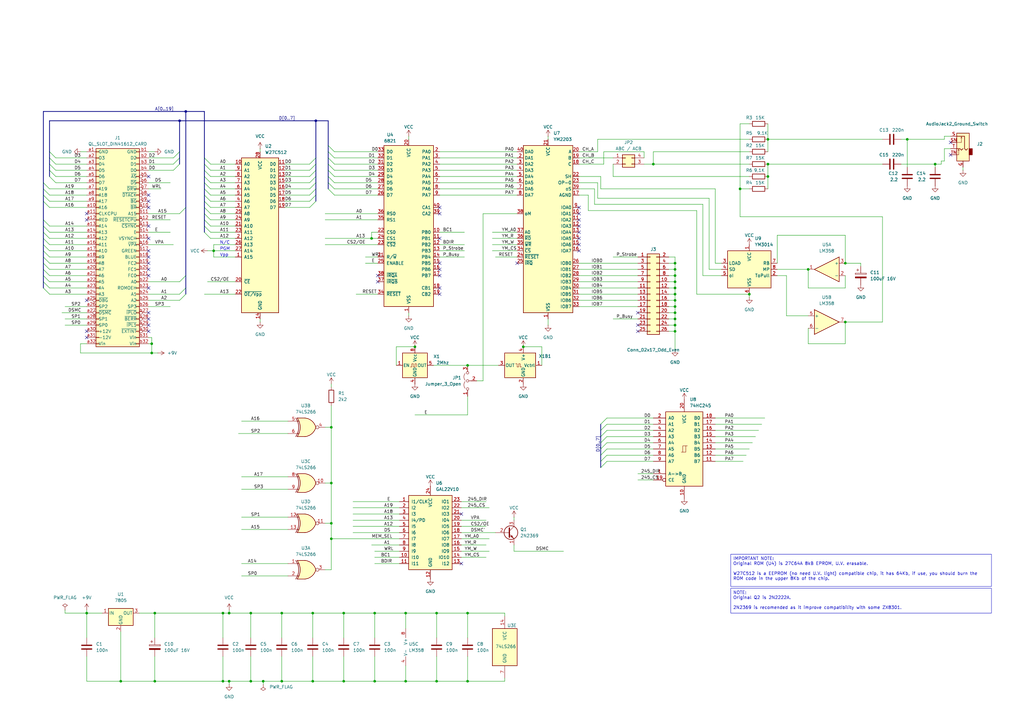
<source format=kicad_sch>
(kicad_sch (version 20231120) (generator "eeschema") (generator_version "8.0")
  (paper "A3")
  (title_block (title "QSound 2+  for Sinclair QL") (date "2024-11-10") (rev "1") (company "Alvaro Alea Fdz"))
  (junction (at 153.67 279.4))
  (junction (at 135.89 198.12))
  (junction (at 49.53 279.4))
  (junction (at 276.86 133.35))
  (junction (at 314.96 67.31))
  (junction (at 93.98 279.4))
  (junction (at 307.34 120.65))
  (junction (at 62.23 140.97))
  (junction (at 331.47 110.49))
  (junction (at 63.5 251.46))
  (junction (at 276.86 128.27))
  (junction (at 115.57 251.46))
  (junction (at 303.53 77.47))
  (junction (at 372.11 57.15))
  (junction (at 346.71 132.08))
  (junction (at 276.86 110.49))
  (junction (at 191.77 279.4))
  (junction (at 63.5 279.4))
  (junction (at 267.97 67.31))
  (junction (at 276.86 115.57))
  (junction (at 191.77 149.86))
  (junction (at 128.27 251.46))
  (junction (at 140.97 279.4))
  (junction (at 166.37 251.46))
  (junction (at 152.4 97.79))
  (junction (at 276.86 120.65))
  (junction (at 135.89 220.98))
  (junction (at 166.37 279.4))
  (junction (at 314.96 72.39))
  (junction (at 140.97 251.46))
  (junction (at 93.98 251.46))
  (junction (at 128.27 279.4))
  (junction (at 35.56 251.46))
  (junction (at 179.07 279.4))
  (junction (at 102.87 251.46))
  (junction (at 214.63 142.24))
  (junction (at 135.89 214.63))
  (junction (at 87.63 102.87))
  (junction (at 276.86 123.19))
  (junction (at 276.86 135.89))
  (junction (at 346.71 107.95))
  (junction (at 170.18 142.24))
  (junction (at 76.2 45.72))
  (junction (at 73.66 49.53))
  (junction (at 276.86 107.95))
  (junction (at 91.44 251.46))
  (junction (at 179.07 251.46))
  (junction (at 107.95 279.4))
  (junction (at 276.86 125.73))
  (junction (at 314.96 57.15))
  (junction (at 62.23 144.78))
  (junction (at 383.54 67.31))
  (junction (at 276.86 118.11))
  (junction (at 276.86 130.81))
  (junction (at 129.54 49.53))
  (junction (at 153.67 251.46))
  (junction (at 91.44 279.4))
  (junction (at 102.87 279.4))
  (junction (at 191.77 251.46))
  (junction (at 135.89 175.26))
  (junction (at 276.86 113.03))
  (junction (at 115.57 279.4))
  (no_connect (at 189.23 231.14))
  (no_connect (at 60.96 80.01))
  (no_connect (at 35.56 87.63))
  (no_connect (at 35.56 123.19))
  (no_connect (at 60.96 72.39))
  (no_connect (at 60.96 82.55))
  (no_connect (at 60.96 85.09))
  (no_connect (at 60.96 107.95))
  (no_connect (at 60.96 110.49))
  (no_connect (at 60.96 113.03))
  (no_connect (at 60.96 118.11))
  (no_connect (at 60.96 128.27))
  (no_connect (at 60.96 130.81))
  (no_connect (at 60.96 133.35))
  (no_connect (at 60.96 135.89))
  (no_connect (at 154.94 113.03))
  (no_connect (at 154.94 115.57))
  (no_connect (at 180.34 85.09))
  (no_connect (at 180.34 87.63))
  (no_connect (at 180.34 97.79))
  (no_connect (at 180.34 107.95))
  (no_connect (at 180.34 110.49))
  (no_connect (at 180.34 118.11))
  (no_connect (at 180.34 120.65))
  (no_connect (at 35.56 135.89))
  (no_connect (at 35.56 138.43))
  (no_connect (at 389.89 63.5))
  (no_connect (at 389.89 58.42))
  (no_connect (at 180.34 113.03))
  (no_connect (at 189.23 210.82))
  (no_connect (at 212.09 107.95))
  (no_connect (at 237.49 85.09))
  (no_connect (at 237.49 87.63))
  (no_connect (at 237.49 90.17))
  (no_connect (at 237.49 92.71))
  (no_connect (at 237.49 95.25))
  (no_connect (at 237.49 97.79))
  (no_connect (at 237.49 100.33))
  (no_connect (at 237.49 102.87))
  (no_connect (at 261.62 128.27))
  (no_connect (at 261.62 133.35))
  (no_connect (at 261.62 135.89))
  (no_connect (at 35.56 90.17))
  (no_connect (at 60.96 92.71))
  (no_connect (at 60.96 97.79))
  (no_connect (at 60.96 102.87))
  (no_connect (at 60.96 105.41))
  (bus_entry (at 129.54 72.39) (size -2.54 2.54))
  (bus_entry (at 76.2 120.65) (size -2.54 2.54))
  (bus_entry (at 246.38 179.07) (size 2.54 -2.54))
  (bus_entry (at 17.78 105.41) (size 2.54 2.54))
  (bus_entry (at 83.82 77.47) (size 2.54 2.54))
  (bus_entry (at 17.78 100.33) (size 2.54 2.54))
  (bus_entry (at 76.2 118.11) (size -2.54 2.54))
  (bus_entry (at 83.82 85.09) (size 2.54 2.54))
  (bus_entry (at 20.32 67.31) (size 2.54 2.54))
  (bus_entry (at 17.78 115.57) (size 2.54 2.54))
  (bus_entry (at 129.54 64.77) (size -2.54 2.54))
  (bus_entry (at 246.38 181.61) (size 2.54 -2.54))
  (bus_entry (at 83.82 67.31) (size 2.54 2.54))
  (bus_entry (at 20.32 69.85) (size 2.54 2.54))
  (bus_entry (at 17.78 113.03) (size 2.54 2.54))
  (bus_entry (at 17.78 118.11) (size 2.54 2.54))
  (bus_entry (at 83.82 95.25) (size 2.54 2.54))
  (bus_entry (at 246.38 191.77) (size 2.54 -2.54))
  (bus_entry (at 83.82 72.39) (size 2.54 2.54))
  (bus_entry (at 134.62 74.93) (size 2.54 2.54))
  (bus_entry (at 246.38 189.23) (size 2.54 -2.54))
  (bus_entry (at 83.82 74.93) (size 2.54 2.54))
  (bus_entry (at 20.32 64.77) (size 2.54 2.54))
  (bus_entry (at 246.38 184.15) (size 2.54 -2.54))
  (bus_entry (at 83.82 64.77) (size 2.54 2.54))
  (bus_entry (at 246.38 176.53) (size 2.54 -2.54))
  (bus_entry (at 17.78 92.71) (size 2.54 2.54))
  (bus_entry (at 20.32 72.39) (size 2.54 2.54))
  (bus_entry (at 20.32 62.23) (size 2.54 2.54))
  (bus_entry (at 73.66 62.23) (size -2.54 2.54))
  (bus_entry (at 17.78 74.93) (size 2.54 2.54))
  (bus_entry (at 134.62 64.77) (size 2.54 2.54))
  (bus_entry (at 129.54 77.47) (size -2.54 2.54))
  (bus_entry (at 83.82 80.01) (size 2.54 2.54))
  (bus_entry (at 129.54 67.31) (size -2.54 2.54))
  (bus_entry (at 17.78 110.49) (size 2.54 2.54))
  (bus_entry (at 17.78 90.17) (size 2.54 2.54))
  (bus_entry (at 17.78 102.87) (size 2.54 2.54))
  (bus_entry (at 134.62 67.31) (size 2.54 2.54))
  (bus_entry (at 76.2 113.03) (size -2.54 2.54))
  (bus_entry (at 129.54 74.93) (size -2.54 2.54))
  (bus_entry (at 129.54 82.55) (size -2.54 2.54))
  (bus_entry (at 76.2 85.09) (size -2.54 2.54))
  (bus_entry (at 134.62 77.47) (size 2.54 2.54))
  (bus_entry (at 17.78 97.79) (size 2.54 2.54))
  (bus_entry (at 17.78 95.25) (size 2.54 2.54))
  (bus_entry (at 129.54 69.85) (size -2.54 2.54))
  (bus_entry (at 134.62 72.39) (size 2.54 2.54))
  (bus_entry (at 83.82 90.17) (size 2.54 2.54))
  (bus_entry (at 246.38 173.99) (size 2.54 -2.54))
  (bus_entry (at 83.82 82.55) (size 2.54 2.54))
  (bus_entry (at 17.78 80.01) (size 2.54 2.54))
  (bus_entry (at 134.62 62.23) (size 2.54 2.54))
  (bus_entry (at 73.66 67.31) (size -2.54 2.54))
  (bus_entry (at 17.78 107.95) (size 2.54 2.54))
  (bus_entry (at 17.78 82.55) (size 2.54 2.54))
  (bus_entry (at 134.62 59.69) (size 2.54 2.54))
  (bus_entry (at 129.54 80.01) (size -2.54 2.54))
  (bus_entry (at 83.82 92.71) (size 2.54 2.54))
  (bus_entry (at 73.66 64.77) (size -2.54 2.54))
  (bus_entry (at 246.38 186.69) (size 2.54 -2.54))
  (bus_entry (at 17.78 77.47) (size 2.54 2.54))
  (bus_entry (at 83.82 87.63) (size 2.54 2.54))
  (bus_entry (at 134.62 69.85) (size 2.54 2.54))
  (bus_entry (at 83.82 69.85) (size 2.54 2.54))
  (wire (pts (xy 128.27 279.4) (xy 115.57 279.4)))
  (wire (pts (xy 179.07 279.4) (xy 179.07 269.24)))
  (wire (pts (xy 314.96 67.31) (xy 314.96 72.39)))
  (wire (pts (xy 246.38 77.47) (xy 246.38 72.39)))
  (wire (pts (xy 307.34 50.8) (xy 303.53 50.8)))
  (wire (pts (xy 303.53 88.9) (xy 361.95 88.9)))
  (bus (pts (xy 83.82 90.17) (xy 83.82 92.71)))
  (wire (pts (xy 99.06 217.17) (xy 118.11 217.17)))
  (bus (pts (xy 17.78 105.41) (xy 17.78 107.95)))
  (wire (pts (xy 153.67 251.46) (xy 153.67 261.62)))
  (wire (pts (xy 285.75 86.36) (xy 241.3 86.36)))
  (wire (pts (xy 106.68 130.81) (xy 106.68 132.08)))
  (bus (pts (xy 73.66 62.23) (xy 73.66 64.77)))
  (wire (pts (xy 60.96 123.19) (xy 73.66 123.19)))
  (wire (pts (xy 251.46 105.41) (xy 261.62 105.41)))
  (wire (pts (xy 167.64 128.27) (xy 167.64 129.54)))
  (wire (pts (xy 198.12 87.63) (xy 212.09 87.63)))
  (wire (pts (xy 116.84 67.31) (xy 127 67.31)))
  (wire (pts (xy 20.32 107.95) (xy 35.56 107.95)))
  (wire (pts (xy 140.97 251.46) (xy 153.67 251.46)))
  (wire (pts (xy 102.87 251.46) (xy 115.57 251.46)))
  (bus (pts (xy 129.54 69.85) (xy 129.54 72.39)))
  (wire (pts (xy 293.37 176.53) (xy 311.15 176.53)))
  (wire (pts (xy 97.79 177.8) (xy 118.11 177.8)))
  (wire (pts (xy 102.87 251.46) (xy 102.87 261.62)))
  (wire (pts (xy 137.16 62.23) (xy 154.94 62.23)))
  (bus (pts (xy 17.78 97.79) (xy 17.78 100.33)))
  (wire (pts (xy 314.96 72.39) (xy 314.96 77.47)))
  (wire (pts (xy 60.96 67.31) (xy 71.12 67.31)))
  (wire (pts (xy 153.67 279.4) (xy 166.37 279.4)))
  (wire (pts (xy 152.4 95.25) (xy 152.4 97.79)))
  (wire (pts (xy 154.94 95.25) (xy 152.4 95.25)))
  (wire (pts (xy 86.36 77.47) (xy 96.52 77.47)))
  (wire (pts (xy 153.67 228.6) (xy 163.83 228.6)))
  (wire (pts (xy 180.34 62.23) (xy 212.09 62.23)))
  (wire (pts (xy 245.11 81.28) (xy 290.83 81.28)))
  (wire (pts (xy 290.83 110.49) (xy 295.91 110.49)))
  (bus (pts (xy 83.82 72.39) (xy 83.82 74.93)))
  (wire (pts (xy 274.32 110.49) (xy 276.86 110.49)))
  (bus (pts (xy 246.38 184.15) (xy 246.38 181.61)))
  (bus (pts (xy 17.78 74.93) (xy 17.78 77.47)))
  (wire (pts (xy 346.71 132.08) (xy 361.95 132.08)))
  (bus (pts (xy 134.62 67.31) (xy 134.62 69.85)))
  (wire (pts (xy 86.36 87.63) (xy 96.52 87.63)))
  (bus (pts (xy 134.62 74.93) (xy 134.62 77.47)))
  (wire (pts (xy 331.47 118.11) (xy 346.71 118.11)))
  (wire (pts (xy 198.12 87.63) (xy 198.12 156.21)))
  (wire (pts (xy 166.37 273.05) (xy 166.37 279.4)))
  (wire (pts (xy 251.46 67.31) (xy 251.46 72.39)))
  (wire (pts (xy 248.92 189.23) (xy 267.97 189.23)))
  (wire (pts (xy 372.11 57.15) (xy 372.11 68.58)))
  (wire (pts (xy 331.47 110.49) (xy 331.47 118.11)))
  (wire (pts (xy 20.32 105.41) (xy 35.56 105.41)))
  (wire (pts (xy 222.25 142.24) (xy 222.25 149.86)))
  (bus (pts (xy 76.2 45.72) (xy 83.82 45.72)))
  (bus (pts (xy 83.82 45.72) (xy 83.82 64.77)))
  (wire (pts (xy 133.35 97.79) (xy 152.4 97.79)))
  (wire (pts (xy 152.4 97.79) (xy 154.94 97.79)))
  (wire (pts (xy 86.36 72.39) (xy 96.52 72.39)))
  (wire (pts (xy 116.84 80.01) (xy 127 80.01)))
  (wire (pts (xy 261.62 113.03) (xy 237.49 113.03)))
  (wire (pts (xy 224.79 55.88) (xy 224.79 57.15)))
  (wire (pts (xy 189.23 215.9) (xy 199.39 215.9)))
  (wire (pts (xy 85.09 115.57) (xy 96.52 115.57)))
  (wire (pts (xy 307.34 120.65) (xy 285.75 120.65)))
  (wire (pts (xy 135.89 233.68) (xy 133.35 233.68)))
  (wire (pts (xy 22.86 74.93) (xy 35.56 74.93)))
  (wire (pts (xy 86.36 90.17) (xy 96.52 90.17)))
  (wire (pts (xy 93.98 279.4) (xy 102.87 279.4)))
  (wire (pts (xy 102.87 279.4) (xy 107.95 279.4)))
  (wire (pts (xy 107.95 279.4) (xy 107.95 280.67)))
  (wire (pts (xy 144.78 218.44) (xy 163.83 218.44)))
  (bus (pts (xy 17.78 90.17) (xy 17.78 92.71)))
  (wire (pts (xy 60.96 120.65) (xy 73.66 120.65)))
  (wire (pts (xy 87.63 105.41) (xy 96.52 105.41)))
  (wire (pts (xy 87.63 100.33) (xy 87.63 102.87)))
  (wire (pts (xy 162.56 142.24) (xy 162.56 149.86)))
  (wire (pts (xy 63.5 269.24) (xy 63.5 279.4)))
  (wire (pts (xy 60.96 74.93) (xy 69.85 74.93)))
  (wire (pts (xy 189.23 220.98) (xy 200.66 220.98)))
  (bus (pts (xy 83.82 85.09) (xy 83.82 87.63)))
  (wire (pts (xy 346.71 107.95) (xy 353.06 107.95)))
  (wire (pts (xy 166.37 251.46) (xy 179.07 251.46)))
  (wire (pts (xy 99.06 195.58) (xy 118.11 195.58)))
  (wire (pts (xy 35.56 251.46) (xy 26.67 251.46)))
  (wire (pts (xy 116.84 69.85) (xy 127 69.85)))
  (wire (pts (xy 60.96 69.85) (xy 71.12 69.85)))
  (wire (pts (xy 245.11 62.23) (xy 237.49 62.23)))
  (wire (pts (xy 288.29 113.03) (xy 288.29 83.82)))
  (wire (pts (xy 180.34 80.01) (xy 212.09 80.01)))
  (wire (pts (xy 22.86 64.77) (xy 35.56 64.77)))
  (wire (pts (xy 60.96 115.57) (xy 73.66 115.57)))
  (wire (pts (xy 191.77 279.4) (xy 207.01 279.4)))
  (bus (pts (xy 246.38 189.23) (xy 246.38 186.69)))
  (wire (pts (xy 274.32 135.89) (xy 276.86 135.89)))
  (bus (pts (xy 246.38 186.69) (xy 246.38 184.15)))
  (wire (pts (xy 261.62 118.11) (xy 237.49 118.11)))
  (wire (pts (xy 179.07 251.46) (xy 179.07 261.62)))
  (wire (pts (xy 26.67 130.81) (xy 35.56 130.81)))
  (wire (pts (xy 20.32 77.47) (xy 35.56 77.47)))
  (wire (pts (xy 60.96 125.73) (xy 69.85 125.73)))
  (wire (pts (xy 189.23 213.36) (xy 199.39 213.36)))
  (wire (pts (xy 137.16 72.39) (xy 154.94 72.39)))
  (wire (pts (xy 177.8 149.86) (xy 191.77 149.86)))
  (wire (pts (xy 135.89 198.12) (xy 135.89 214.63)))
  (wire (pts (xy 135.89 214.63) (xy 135.89 220.98)))
  (wire (pts (xy 180.34 64.77) (xy 212.09 64.77)))
  (wire (pts (xy 274.32 105.41) (xy 276.86 105.41)))
  (wire (pts (xy 99.06 172.72) (xy 118.11 172.72)))
  (wire (pts (xy 35.56 250.19) (xy 35.56 251.46)))
  (wire (pts (xy 20.32 115.57) (xy 35.56 115.57)))
  (wire (pts (xy 137.16 74.93) (xy 154.94 74.93)))
  (wire (pts (xy 35.56 279.4) (xy 49.53 279.4)))
  (wire (pts (xy 49.53 259.08) (xy 49.53 279.4)))
  (wire (pts (xy 49.53 279.4) (xy 63.5 279.4)))
  (wire (pts (xy 63.5 279.4) (xy 91.44 279.4)))
  (wire (pts (xy 91.44 279.4) (xy 93.98 279.4)))
  (wire (pts (xy 251.46 130.81) (xy 261.62 130.81)))
  (wire (pts (xy 86.36 95.25) (xy 96.52 95.25)))
  (wire (pts (xy 198.12 156.21) (xy 195.58 156.21)))
  (wire (pts (xy 191.77 279.4) (xy 191.77 269.24)))
  (wire (pts (xy 318.77 110.49) (xy 331.47 110.49)))
  (wire (pts (xy 248.92 176.53) (xy 267.97 176.53)))
  (wire (pts (xy 135.89 220.98) (xy 135.89 233.68)))
  (wire (pts (xy 60.96 62.23) (xy 63.5 62.23)))
  (wire (pts (xy 180.34 77.47) (xy 212.09 77.47)))
  (bus (pts (xy 76.2 118.11) (xy 76.2 120.65)))
  (wire (pts (xy 285.75 120.65) (xy 285.75 86.36)))
  (wire (pts (xy 133.35 214.63) (xy 135.89 214.63)))
  (wire (pts (xy 274.32 107.95) (xy 276.86 107.95)))
  (wire (pts (xy 35.56 269.24) (xy 35.56 279.4)))
  (wire (pts (xy 189.23 223.52) (xy 199.39 223.52)))
  (wire (pts (xy 62.23 144.78) (xy 64.77 144.78)))
  (wire (pts (xy 115.57 269.24) (xy 115.57 279.4)))
  (wire (pts (xy 201.93 95.25) (xy 212.09 95.25)))
  (bus (pts (xy 134.62 49.53) (xy 134.62 59.69)))
  (wire (pts (xy 274.32 125.73) (xy 276.86 125.73)))
  (wire (pts (xy 26.67 250.19) (xy 26.67 251.46)))
  (wire (pts (xy 248.92 186.69) (xy 267.97 186.69)))
  (wire (pts (xy 20.32 92.71) (xy 35.56 92.71)))
  (wire (pts (xy 247.65 62.23) (xy 247.65 67.31)))
  (wire (pts (xy 60.96 95.25) (xy 69.85 95.25)))
  (wire (pts (xy 115.57 261.62) (xy 115.57 251.46)))
  (wire (pts (xy 86.36 69.85) (xy 96.52 69.85)))
  (wire (pts (xy 116.84 77.47) (xy 127 77.47)))
  (wire (pts (xy 152.4 223.52) (xy 163.83 223.52)))
  (bus (pts (xy 129.54 67.31) (xy 129.54 69.85)))
  (wire (pts (xy 35.56 251.46) (xy 35.56 261.62)))
  (wire (pts (xy 274.32 118.11) (xy 276.86 118.11)))
  (wire (pts (xy 116.84 72.39) (xy 127 72.39)))
  (wire (pts (xy 60.96 140.97) (xy 62.23 140.97)))
  (wire (pts (xy 346.71 140.97) (xy 346.71 132.08)))
  (bus (pts (xy 246.38 181.61) (xy 246.38 179.07)))
  (wire (pts (xy 210.82 223.52) (xy 210.82 226.06)))
  (wire (pts (xy 210.82 226.06) (xy 231.14 226.06)))
  (wire (pts (xy 293.37 189.23) (xy 304.8 189.23)))
  (bus (pts (xy 76.2 113.03) (xy 76.2 118.11)))
  (wire (pts (xy 191.77 251.46) (xy 207.01 251.46)))
  (wire (pts (xy 86.36 92.71) (xy 96.52 92.71)))
  (wire (pts (xy 137.16 80.01) (xy 154.94 80.01)))
  (bus (pts (xy 83.82 69.85) (xy 83.82 72.39)))
  (bus (pts (xy 134.62 59.69) (xy 134.62 62.23)))
  (wire (pts (xy 22.86 69.85) (xy 35.56 69.85)))
  (wire (pts (xy 207.01 278.13) (xy 207.01 279.4)))
  (wire (pts (xy 60.96 90.17) (xy 69.85 90.17)))
  (wire (pts (xy 86.36 74.93) (xy 96.52 74.93)))
  (bus (pts (xy 17.78 77.47) (xy 17.78 80.01)))
  (wire (pts (xy 137.16 77.47) (xy 154.94 77.47)))
  (wire (pts (xy 303.53 77.47) (xy 307.34 77.47)))
  (wire (pts (xy 387.35 55.88) (xy 387.35 57.15)))
  (wire (pts (xy 41.91 251.46) (xy 35.56 251.46)))
  (wire (pts (xy 20.32 100.33) (xy 35.56 100.33)))
  (wire (pts (xy 20.32 120.65) (xy 35.56 120.65)))
  (wire (pts (xy 93.98 279.4) (xy 93.98 280.67)))
  (wire (pts (xy 245.11 57.15) (xy 245.11 62.23)))
  (wire (pts (xy 353.06 107.95) (xy 353.06 109.22)))
  (wire (pts (xy 237.49 64.77) (xy 251.46 64.77)))
  (wire (pts (xy 248.92 179.07) (xy 267.97 179.07)))
  (bus (pts (xy 129.54 74.93) (xy 129.54 77.47)))
  (wire (pts (xy 246.38 72.39) (xy 237.49 72.39)))
  (bus (pts (xy 83.82 87.63) (xy 83.82 90.17)))
  (wire (pts (xy 137.16 64.77) (xy 154.94 64.77)))
  (wire (pts (xy 137.16 67.31) (xy 154.94 67.31)))
  (wire (pts (xy 86.36 80.01) (xy 96.52 80.01)))
  (bus (pts (xy 20.32 62.23) (xy 20.32 64.77)))
  (wire (pts (xy 85.09 102.87) (xy 87.63 102.87)))
  (wire (pts (xy 154.94 100.33) (xy 133.35 100.33)))
  (wire (pts (xy 372.11 57.15) (xy 369.57 57.15)))
  (wire (pts (xy 322.58 113.03) (xy 318.77 113.03)))
  (bus (pts (xy 20.32 67.31) (xy 20.32 69.85)))
  (wire (pts (xy 318.77 96.52) (xy 346.71 96.52)))
  (wire (pts (xy 63.5 251.46) (xy 63.5 261.62)))
  (wire (pts (xy 166.37 251.46) (xy 166.37 257.81)))
  (wire (pts (xy 133.35 87.63) (xy 154.94 87.63)))
  (bus (pts (xy 83.82 74.93) (xy 83.82 77.47)))
  (bus (pts (xy 129.54 64.77) (xy 129.54 67.31)))
  (wire (pts (xy 20.32 97.79) (xy 35.56 97.79)))
  (wire (pts (xy 60.96 87.63) (xy 73.66 87.63)))
  (bus (pts (xy 246.38 179.07) (xy 246.38 176.53)))
  (wire (pts (xy 189.23 218.44) (xy 203.2 218.44)))
  (wire (pts (xy 203.2 105.41) (xy 212.09 105.41)))
  (wire (pts (xy 20.32 82.55) (xy 35.56 82.55)))
  (bus (pts (xy 17.78 107.95) (xy 17.78 110.49)))
  (wire (pts (xy 33.02 140.97) (xy 33.02 144.78)))
  (wire (pts (xy 33.02 144.78) (xy 62.23 144.78)))
  (wire (pts (xy 35.56 140.97) (xy 33.02 140.97)))
  (wire (pts (xy 62.23 138.43) (xy 60.96 138.43)))
  (wire (pts (xy 62.23 140.97) (xy 62.23 138.43)))
  (wire (pts (xy 62.23 144.78) (xy 62.23 140.97)))
  (wire (pts (xy 201.93 102.87) (xy 212.09 102.87)))
  (wire (pts (xy 261.62 123.19) (xy 237.49 123.19)))
  (wire (pts (xy 303.53 77.47) (xy 303.53 88.9)))
  (wire (pts (xy 314.96 57.15) (xy 314.96 62.23)))
  (wire (pts (xy 86.36 82.55) (xy 96.52 82.55)))
  (wire (pts (xy 149.86 107.95) (xy 154.94 107.95)))
  (wire (pts (xy 20.32 95.25) (xy 35.56 95.25)))
  (wire (pts (xy 106.68 60.96) (xy 106.68 62.23)))
  (wire (pts (xy 201.93 97.79) (xy 212.09 97.79)))
  (wire (pts (xy 210.82 212.09) (xy 210.82 213.36)))
  (wire (pts (xy 86.36 67.31) (xy 96.52 67.31)))
  (wire (pts (xy 133.35 90.17) (xy 154.94 90.17)))
  (wire (pts (xy 166.37 279.4) (xy 179.07 279.4)))
  (wire (pts (xy 248.92 181.61) (xy 267.97 181.61)))
  (wire (pts (xy 144.78 208.28) (xy 163.83 208.28)))
  (wire (pts (xy 243.84 83.82) (xy 243.84 77.47)))
  (wire (pts (xy 128.27 251.46) (xy 140.97 251.46)))
  (bus (pts (xy 17.78 82.55) (xy 17.78 90.17)))
  (wire (pts (xy 135.89 220.98) (xy 163.83 220.98)))
  (bus (pts (xy 134.62 64.77) (xy 134.62 67.31)))
  (bus (pts (xy 73.66 64.77) (xy 73.66 67.31)))
  (bus (pts (xy 17.78 92.71) (xy 17.78 95.25)))
  (wire (pts (xy 251.46 72.39) (xy 307.34 72.39)))
  (wire (pts (xy 241.3 80.01) (xy 237.49 80.01)))
  (wire (pts (xy 303.53 50.8) (xy 303.53 77.47)))
  (wire (pts (xy 243.84 77.47) (xy 237.49 77.47)))
  (wire (pts (xy 180.34 100.33) (xy 190.5 100.33)))
  (wire (pts (xy 248.92 173.99) (xy 267.97 173.99)))
  (wire (pts (xy 245.11 57.15) (xy 307.34 57.15)))
  (wire (pts (xy 26.67 133.35) (xy 35.56 133.35)))
  (wire (pts (xy 180.34 74.93) (xy 212.09 74.93)))
  (bus (pts (xy 17.78 80.01) (xy 17.78 82.55)))
  (wire (pts (xy 60.96 77.47) (xy 66.04 77.47)))
  (wire (pts (xy 170.18 142.24) (xy 162.56 142.24)))
  (wire (pts (xy 86.36 97.79) (xy 96.52 97.79)))
  (wire (pts (xy 135.89 175.26) (xy 135.89 198.12)))
  (wire (pts (xy 293.37 173.99) (xy 312.42 173.99)))
  (wire (pts (xy 133.35 198.12) (xy 135.89 198.12)))
  (bus (pts (xy 17.78 95.25) (xy 17.78 97.79)))
  (wire (pts (xy 140.97 279.4) (xy 140.97 269.24)))
  (wire (pts (xy 214.63 142.24) (xy 222.25 142.24)))
  (wire (pts (xy 189.23 205.74) (xy 199.39 205.74)))
  (wire (pts (xy 144.78 205.74) (xy 163.83 205.74)))
  (wire (pts (xy 189.23 228.6) (xy 199.39 228.6)))
  (wire (pts (xy 20.32 110.49) (xy 35.56 110.49)))
  (wire (pts (xy 248.92 184.15) (xy 267.97 184.15)))
  (wire (pts (xy 99.06 236.22) (xy 118.11 236.22)))
  (wire (pts (xy 25.4 128.27) (xy 35.56 128.27)))
  (wire (pts (xy 261.62 107.95) (xy 237.49 107.95)))
  (wire (pts (xy 180.34 95.25) (xy 190.5 95.25)))
  (wire (pts (xy 261.62 194.31) (xy 267.97 194.31)))
  (wire (pts (xy 179.07 279.4) (xy 191.77 279.4)))
  (wire (pts (xy 180.34 102.87) (xy 190.5 102.87)))
  (wire (pts (xy 87.63 102.87) (xy 96.52 102.87)))
  (wire (pts (xy 20.32 113.03) (xy 35.56 113.03)))
  (wire (pts (xy 144.78 210.82) (xy 163.83 210.82)))
  (wire (pts (xy 314.96 50.8) (xy 314.96 57.15)))
  (wire (pts (xy 135.89 166.37) (xy 135.89 175.26)))
  (wire (pts (xy 128.27 261.62) (xy 128.27 251.46)))
  (wire (pts (xy 261.62 110.49) (xy 237.49 110.49)))
  (wire (pts (xy 245.11 74.93) (xy 245.11 81.28)))
  (wire (pts (xy 307.34 121.92) (xy 307.34 120.65)))
  (wire (pts (xy 133.35 175.26) (xy 135.89 175.26)))
  (wire (pts (xy 140.97 279.4) (xy 153.67 279.4)))
  (wire (pts (xy 274.32 133.35) (xy 276.86 133.35)))
  (wire (pts (xy 394.97 68.58) (xy 394.97 69.85)))
  (wire (pts (xy 331.47 129.54) (xy 322.58 129.54)))
  (bus (pts (xy 17.78 115.57) (xy 17.78 118.11)))
  (wire (pts (xy 180.34 67.31) (xy 212.09 67.31)))
  (wire (pts (xy 167.64 55.88) (xy 167.64 57.15)))
  (wire (pts (xy 116.84 82.55) (xy 127 82.55)))
  (wire (pts (xy 63.5 251.46) (xy 91.44 251.46)))
  (wire (pts (xy 91.44 251.46) (xy 93.98 251.46)))
  (wire (pts (xy 91.44 261.62) (xy 91.44 251.46)))
  (wire (pts (xy 318.77 107.95) (xy 318.77 96.52)))
  (wire (pts (xy 293.37 107.95) (xy 293.37 77.47)))
  (wire (pts (xy 261.62 125.73) (xy 237.49 125.73)))
  (wire (pts (xy 264.16 62.23) (xy 247.65 62.23)))
  (wire (pts (xy 191.77 162.56) (xy 191.77 170.18)))
  (wire (pts (xy 179.07 251.46) (xy 191.77 251.46)))
  (wire (pts (xy 33.02 62.23) (xy 35.56 62.23)))
  (wire (pts (xy 180.34 69.85) (xy 212.09 69.85)))
  (bus (pts (xy 83.82 82.55) (xy 83.82 85.09)))
  (wire (pts (xy 144.78 215.9) (xy 163.83 215.9)))
  (bus (pts (xy 129.54 77.47) (xy 129.54 80.01)))
  (bus (pts (xy 134.62 72.39) (xy 134.62 74.93)))
  (wire (pts (xy 20.32 102.87) (xy 35.56 102.87)))
  (bus (pts (xy 83.82 64.77) (xy 83.82 67.31)))
  (wire (pts (xy 191.77 251.46) (xy 191.77 261.62)))
  (bus (pts (xy 246.38 191.77) (xy 246.38 189.23)))
  (wire (pts (xy 116.84 74.93) (xy 127 74.93)))
  (wire (pts (xy 99.06 212.09) (xy 118.11 212.09)))
  (wire (pts (xy 293.37 184.15) (xy 307.34 184.15)))
  (wire (pts (xy 146.05 120.65) (xy 154.94 120.65)))
  (bus (pts (xy 129.54 49.53) (xy 129.54 64.77)))
  (bus (pts (xy 129.54 49.53) (xy 134.62 49.53)))
  (wire (pts (xy 331.47 140.97) (xy 346.71 140.97)))
  (bus (pts (xy 129.54 80.01) (xy 129.54 82.55)))
  (wire (pts (xy 274.32 113.03) (xy 276.86 113.03)))
  (bus (pts (xy 246.38 176.53) (xy 246.38 173.99)))
  (wire (pts (xy 22.86 67.31) (xy 35.56 67.31)))
  (wire (pts (xy 293.37 171.45) (xy 313.69 171.45)))
  (wire (pts (xy 387.35 60.96) (xy 389.89 60.96)))
  (wire (pts (xy 83.82 120.65) (xy 96.52 120.65)))
  (wire (pts (xy 331.47 134.62) (xy 331.47 140.97)))
  (bus (pts (xy 83.82 92.71) (xy 83.82 95.25)))
  (wire (pts (xy 191.77 149.86) (xy 204.47 149.86)))
  (wire (pts (xy 293.37 186.69) (xy 306.07 186.69)))
  (wire (pts (xy 261.62 115.57) (xy 237.49 115.57)))
  (wire (pts (xy 387.35 57.15) (xy 372.11 57.15)))
  (wire (pts (xy 314.96 67.31) (xy 361.95 67.31)))
  (wire (pts (xy 314.96 57.15) (xy 361.95 57.15)))
  (bus (pts (xy 17.78 100.33) (xy 17.78 102.87)))
  (wire (pts (xy 288.29 113.03) (xy 295.91 113.03)))
  (wire (pts (xy 276.86 107.95) (xy 276.86 105.41)))
  (wire (pts (xy 276.86 110.49) (xy 276.86 107.95)))
  (wire (pts (xy 276.86 113.03) (xy 276.86 110.49)))
  (wire (pts (xy 276.86 115.57) (xy 276.86 113.03)))
  (wire (pts (xy 276.86 118.11) (xy 276.86 115.57)))
  (wire (pts (xy 276.86 120.65) (xy 276.86 118.11)))
  (wire (pts (xy 276.86 123.19) (xy 276.86 120.65)))
  (wire (pts (xy 276.86 125.73) (xy 276.86 123.19)))
  (wire (pts (xy 276.86 128.27) (xy 276.86 125.73)))
  (wire (pts (xy 276.86 130.81) (xy 276.86 128.27)))
  (wire (pts (xy 276.86 133.35) (xy 276.86 130.81)))
  (wire (pts (xy 276.86 135.89) (xy 276.86 133.35)))
  (wire (pts (xy 276.86 135.89) (xy 276.86 143.51)))
  (wire (pts (xy 153.67 279.4) (xy 153.67 269.24)))
  (wire (pts (xy 261.62 120.65) (xy 237.49 120.65)))
  (wire (pts (xy 293.37 181.61) (xy 308.61 181.61)))
  (bus (pts (xy 134.62 69.85) (xy 134.62 72.39)))
  (wire (pts (xy 153.67 231.14) (xy 163.83 231.14)))
  (wire (pts (xy 86.36 85.09) (xy 96.52 85.09)))
  (wire (pts (xy 128.27 269.24) (xy 128.27 279.4)))
  (wire (pts (xy 26.67 125.73) (xy 35.56 125.73)))
  (wire (pts (xy 387.35 66.04) (xy 387.35 60.96)))
  (bus (pts (xy 20.32 49.53) (xy 20.32 62.23)))
  (bus (pts (xy 20.32 49.53) (xy 73.66 49.53)))
  (bus (pts (xy 73.66 49.53) (xy 73.66 62.23)))
  (bus (pts (xy 73.66 49.53) (xy 129.54 49.53)))
  (wire (pts (xy 346.71 118.11) (xy 346.71 113.03)))
  (bus (pts (xy 17.78 110.49) (xy 17.78 113.03)))
  (wire (pts (xy 322.58 129.54) (xy 322.58 113.03)))
  (wire (pts (xy 261.62 196.85) (xy 267.97 196.85)))
  (wire (pts (xy 346.71 96.52) (xy 346.71 107.95)))
  (wire (pts (xy 93.98 250.19) (xy 93.98 251.46)))
  (bus (pts (xy 17.78 113.03) (xy 17.78 115.57)))
  (wire (pts (xy 189.23 208.28) (xy 200.66 208.28)))
  (wire (pts (xy 180.34 105.41) (xy 190.5 105.41)))
  (wire (pts (xy 115.57 251.46) (xy 128.27 251.46)))
  (wire (pts (xy 87.63 102.87) (xy 87.63 105.41)))
  (wire (pts (xy 137.16 69.85) (xy 154.94 69.85)))
  (wire (pts (xy 274.32 115.57) (xy 276.86 115.57)))
  (wire (pts (xy 20.32 80.01) (xy 35.56 80.01)))
  (bus (pts (xy 17.78 45.72) (xy 17.78 74.93)))
  (bus (pts (xy 17.78 45.72) (xy 76.2 45.72)))
  (bus (pts (xy 76.2 45.72) (xy 76.2 85.09)))
  (wire (pts (xy 361.95 88.9) (xy 361.95 132.08)))
  (wire (pts (xy 153.67 251.46) (xy 166.37 251.46)))
  (wire (pts (xy 274.32 120.65) (xy 276.86 120.65)))
  (bus (pts (xy 20.32 64.77) (xy 20.32 67.31)))
  (wire (pts (xy 387.35 55.88) (xy 389.89 55.88)))
  (wire (pts (xy 264.16 67.31) (xy 267.97 67.31)))
  (wire (pts (xy 383.54 68.58) (xy 383.54 67.31)))
  (wire (pts (xy 288.29 83.82) (xy 243.84 83.82)))
  (wire (pts (xy 116.84 85.09) (xy 127 85.09)))
  (wire (pts (xy 144.78 213.36) (xy 163.83 213.36)))
  (wire (pts (xy 383.54 67.31) (xy 369.57 67.31)))
  (wire (pts (xy 180.34 72.39) (xy 212.09 72.39)))
  (bus (pts (xy 129.54 72.39) (xy 129.54 74.93)))
  (wire (pts (xy 386.08 66.04) (xy 386.08 67.31)))
  (bus (pts (xy 17.78 102.87) (xy 17.78 105.41)))
  (wire (pts (xy 107.95 279.4) (xy 115.57 279.4)))
  (wire (pts (xy 91.44 269.24) (xy 91.44 279.4)))
  (wire (pts (xy 267.97 62.23) (xy 267.97 67.31)))
  (bus (pts (xy 83.82 77.47) (xy 83.82 80.01)))
  (wire (pts (xy 386.08 67.31) (xy 383.54 67.31)))
  (wire (pts (xy 293.37 179.07) (xy 309.88 179.07)))
  (wire (pts (xy 189.23 226.06) (xy 200.66 226.06)))
  (wire (pts (xy 99.06 200.66) (xy 118.11 200.66)))
  (wire (pts (xy 290.83 81.28) (xy 290.83 110.49)))
  (wire (pts (xy 264.16 64.77) (xy 264.16 62.23)))
  (wire (pts (xy 237.49 67.31) (xy 247.65 67.31)))
  (wire (pts (xy 201.93 100.33) (xy 212.09 100.33)))
  (wire (pts (xy 241.3 86.36) (xy 241.3 80.01)))
  (bus (pts (xy 83.82 80.01) (xy 83.82 82.55)))
  (wire (pts (xy 57.15 251.46) (xy 63.5 251.46)))
  (wire (pts (xy 93.98 251.46) (xy 102.87 251.46)))
  (wire (pts (xy 128.27 279.4) (xy 140.97 279.4)))
  (wire (pts (xy 267.97 62.23) (xy 307.34 62.23)))
  (wire (pts (xy 170.18 170.18) (xy 191.77 170.18)))
  (bus (pts (xy 83.82 67.31) (xy 83.82 69.85)))
  (wire (pts (xy 87.63 100.33) (xy 96.52 100.33)))
  (wire (pts (xy 248.92 171.45) (xy 267.97 171.45)))
  (wire (pts (xy 149.86 105.41) (xy 154.94 105.41)))
  (wire (pts (xy 307.34 67.31) (xy 267.97 67.31)))
  (wire (pts (xy 207.01 251.46) (xy 207.01 252.73)))
  (wire (pts (xy 20.32 118.11) (xy 35.56 118.11)))
  (wire (pts (xy 60.96 100.33) (xy 71.12 100.33)))
  (wire (pts (xy 224.79 133.35) (xy 224.79 130.81)))
  (wire (pts (xy 20.32 85.09) (xy 35.56 85.09)))
  (wire (pts (xy 60.96 64.77) (xy 71.12 64.77)))
  (bus (pts (xy 20.32 69.85) (xy 20.32 72.39)))
  (bus (pts (xy 76.2 85.09) (xy 76.2 113.03)))
  (wire (pts (xy 274.32 130.81) (xy 276.86 130.81)))
  (wire (pts (xy 99.06 231.14) (xy 118.11 231.14)))
  (wire (pts (xy 295.91 107.95) (xy 293.37 107.95)))
  (wire (pts (xy 274.32 128.27) (xy 276.86 128.27)))
  (wire (pts (xy 153.67 226.06) (xy 163.83 226.06)))
  (wire (pts (xy 102.87 269.24) (xy 102.87 279.4)))
  (wire (pts (xy 293.37 77.47) (xy 246.38 77.47)))
  (wire (pts (xy 135.89 157.48) (xy 135.89 158.75)))
  (wire (pts (xy 274.32 123.19) (xy 276.86 123.19)))
  (wire (pts (xy 22.86 72.39) (xy 35.56 72.39)))
  (wire (pts (xy 140.97 251.46) (xy 140.97 261.62)))
  (bus (pts (xy 134.62 62.23) (xy 134.62 64.77)))
  (wire (pts (xy 386.08 66.04) (xy 387.35 66.04)))
  (wire (pts (xy 237.49 74.93) (xy 245.11 74.93)))
  (text_box "NOTE:\nOriginal Q2 is 2N2222A.\n\n2N2369 is recomended as it improve compatibility with some ZX8301.\n" (at 299.72 241.3 0) (size 106.934 10.16) (effects (font (size 1.27 1.27)) (justify left top)))
  (text_box "IMPORTANT NOTE:\nOriginal ROM (U4) is 27C64A 8kB EPROM, U.V. erasable.\n\nW27C512 is a EEPROM (no need U.V. light) compatible chip, it has 64Kb, if use, you should burn the ROM code in the upper 8Kb of the chip." (at 299.72 227.33 0) (size 106.934 13.208) (effects (font (size 1.27 1.27)) (justify left top)))
  (text "Vpp" (at 90.17 105.41 0) (effects (font (size 1.27 1.27)) (justify left bottom)))
  (text "N/C" (at 90.17 100.33 0) (effects (font (size 1.27 1.27)) (justify left bottom)))
  (text "PGM" (at 90.17 102.87 0) (effects (font (size 1.27 1.27)) (justify left bottom)))
  (label "D6" (at 30.48 72.39 0))
  (label "PA6" (at 207.01 77.47 0))
  (label "A5" (at 26.67 115.57 0))
  (label "IOB2" (at 242.57 113.03 0))
  (label "IOB0" (at 242.57 107.95 0))
  (label "D4" (at 116.84 77.47 0))
  (label "YM_W" (at 190.5 226.06 0))
  (label "A0" (at 90.17 67.31 0))
  (label "245_DIR" (at 191.77 205.74 0))
  (label "245_CS" (at 262.89 196.85 0))
  (label "WRL" (at 62.23 77.47 0))
  (label "YM_W" (at 205.74 100.33 0))
  (label "PA3" (at 297.18 179.07 0))
  (label "DSMC" (at 27.94 128.27 0))
  (label "D4" (at 30.48 67.31 0))
  (label "D6" (at 116.84 82.55 0))
  (label "A3" (at 26.67 120.65 0))
  (label "CH_A" (at 238.76 62.23 0))
  (label "A15" (at 64.77 87.63 0))
  (label "CS2{slash}OE" (at 193.04 215.9 0))
  (label "A19" (at 157.48 208.28 0))
  (label "A14" (at 26.67 92.71 0))
  (label "A1" (at 157.48 223.52 0))
  (label "A12" (at 157.48 215.9 0))
  (label "PA0" (at 297.18 171.45 0))
  (label "D6" (at 264.16 186.69 0))
  (label "A16" (at 26.67 85.09 0))
  (label "PA1" (at 297.18 173.99 0))
  (label "IOB4" (at 242.57 118.11 0))
  (label "D0" (at 152.4 62.23 0))
  (label "E" (at 63.5 95.25 0))
  (label "PA4" (at 207.01 72.39 0))
  (label "A4" (at 90.17 77.47 0))
  (label "D[0..7]" (at 114.3 49.53 0))
  (label "YM_A0" (at 190.5 220.98 0))
  (label "D4" (at 151.13 72.39 0))
  (label "D0" (at 264.16 171.45 0))
  (label "PA0" (at 207.01 62.23 0))
  (label "D1" (at 264.16 173.99 0))
  (label "A13" (at 157.48 213.36 0))
  (label "BC1" (at 181.61 95.25 0))
  (label "D0" (at 116.84 67.31 0))
  (label "D4" (at 264.16 181.61 0))
  (label "PA5" (at 207.01 74.93 0))
  (label "BDIR" (at 181.61 100.33 0))
  (label "P_Busy" (at 181.61 105.41 0))
  (label "D1" (at 60.96 67.31 0))
  (label "D3" (at 151.13 69.85 0))
  (label "PA7" (at 297.18 189.23 0))
  (label "A1" (at 66.04 120.65 0))
  (label "D5" (at 149.86 74.93 0))
  (label "D3" (at 116.84 74.93 0))
  (label "SP2" (at 102.87 177.8 0))
  (label "A18" (at 26.67 80.01 0))
  (label "VPA" (at 193.04 213.36 0))
  (label "245_DIR" (at 262.89 194.31 0))
  (label "IOB7" (at 242.57 125.73 0))
  (label "A6" (at 26.67 113.03 0))
  (label "DSMC" (at 219.71 226.06 0))
  (label "IOB3" (at 242.57 115.57 0))
  (label "DS" (at 157.48 218.44 0))
  (label "D5" (at 30.48 69.85 0))
  (label "VPA" (at 63.5 100.33 0))
  (label "A9" (at 26.67 105.41 0))
  (label "PA5" (at 297.18 184.15 0))
  (label "A17" (at 104.14 195.58 0))
  (label "A8" (at 26.67 107.95 0))
  (label "A17" (at 26.67 82.55 0))
  (label "BDIR" (at 156.21 231.14 0))
  (label "A10" (at 26.67 102.87 0))
  (label "A15" (at 102.87 217.17 0))
  (label "A10" (at 90.17 92.71 0))
  (label "D6" (at 149.86 77.47 0))
  (label "A13" (at 90.17 120.65 0))
  (label "A8" (at 90.17 87.63 0))
  (label "SP0" (at 101.6 236.22 0))
  (label "D2" (at 116.84 72.39 0))
  (label "D2" (at 60.96 64.77 0))
  (label "PA1" (at 207.01 64.77 0))
  (label "SP3" (at 63.5 125.73 0))
  (label "A11" (at 26.67 100.33 0))
  (label "A6" (at 90.17 82.55 0))
  (label "PA2" (at 297.18 176.53 0))
  (label "A18" (at 157.48 210.82 0))
  (label "YM_CS" (at 205.74 102.87 0))
  (label "BC1" (at 156.21 228.6 0))
  (label "D7" (at 116.84 85.09 0))
  (label "A14" (at 101.6 231.14 0))
  (label "A7" (at 26.67 110.49 0))
  (label "WRL" (at 152.4 105.41 0))
  (label "A1" (at 90.17 69.85 0))
  (label "A7" (at 90.17 85.09 0))
  (label "YM_R" (at 190.5 223.52 0))
  (label "PA2" (at 207.01 67.31 0))
  (label "IOB1" (at 242.57 110.49 0))
  (label "YM_A0" (at 205.74 95.25 0))
  (label "SP3" (at 104.14 200.66 0))
  (label "245_CS" (at 191.77 208.28 0))
  (label "D7" (at 30.48 74.93 0))
  (label "E" (at 158.75 205.74 0))
  (label "A13" (at 26.67 95.25 0))
  (label "A5" (at 90.17 80.01 0))
  (label "D5" (at 116.84 80.01 0))
  (label "A13" (at 146.05 97.79 0))
  (label "P_Strobe" (at 181.61 102.87 0))
  (label "PA7" (at 207.01 80.01 0))
  (label "IOB6" (at 242.57 123.19 0))
  (label "A0" (at 66.04 115.57 0))
  (label "PA6" (at 297.18 186.69 0))
  (label "E" (at 152.4 107.95 0))
  (label "A2" (at 66.04 123.19 0))
  (label "A19" (at 26.67 77.47 0))
  (label "MEM_SEL" (at 152.4 220.98 0))
  (label "CS2{slash}OE" (at 86.36 115.57 0))
  (label "SP1" (at 102.87 212.09 0))
  (label "A12" (at 90.17 97.79 0))
  (label "A4" (at 26.67 118.11 0))
  (label "D1" (at 116.84 69.85 0))
  (label "D2" (at 264.16 176.53 0))
  (label "A16" (at 102.87 172.72 0))
  (label "CH_C" (at 238.76 67.31 0))
  (label "RESET" (at 148.59 120.65 0))
  (label "D7" (at 149.86 80.01 0))
  (label "D7" (at 264.16 189.23 0))
  (label "D3" (at 264.16 179.07 0))
  (label "A12" (at 26.67 97.79 0))
  (label "PA3" (at 207.01 69.85 0))
  (label "P_Strobe" (at 252.73 105.41 0))
  (label "D3" (at 30.48 64.77 0))
  (label "D[0..7]" (at 246.38 185.42 90))
  (label "P_Busy" (at 252.73 130.81 0))
  (label "YM_CS" (at 190.5 228.6 0))
  (label "DS" (at 63.5 74.93 0))
  (label "CS2{slash}OE" (at 142.24 100.33 0))
  (label "A11" (at 90.17 95.25 0))
  (label "DSMC'" (at 193.04 218.44 0))
  (label "WRL" (at 157.48 226.06 0))
  (label "E" (at 173.99 170.18 0))
  (label "A9" (at 90.17 90.17 0))
  (label "YM_R" (at 205.74 97.79 0))
  (label "A1" (at 146.05 90.17 0))
  (label "SP2" (at 29.21 125.73 0))
  (label "PA4" (at 297.18 181.61 0))
  (label "SP0" (at 29.21 133.35 0))
  (label "D2" (at 151.13 67.31 0))
  (label "RESET" (at 204.47 105.41 0))
  (label "D0" (at 60.96 69.85 0))
  (label "RESET" (at 62.23 90.17 0))
  (label "IOB5" (at 242.57 120.65 0))
  (label "D1" (at 151.13 64.77 0))
  (label "D5" (at 264.16 184.15 0))
  (label "CH_B" (at 238.76 64.77 0))
  (label "A3" (at 90.17 74.93 0))
  (label "A0" (at 146.05 87.63 0))
  (label "A[0..19]" (at 63.5 45.72 0))
  (label "A2" (at 90.17 72.39 0))
  (label "SP1" (at 29.21 130.81 0))
  (symbol (lib_id "Device:C_Polarized") (at 353.06 113.03 0) (unit 1)
    (property "Reference" "C11" (at 356.87 111.7599 0) (effects (justify left)))
    (property "Value" "100uF 16V" (at 356.87 114.3 0) (effects (justify left)))
    (property "Footprint" "Capacitor_THT:CP_Radial_D8.0mm_P5.00mm" (effects (hide yes)))
  )
  (symbol (lib_id "Device:C") (at 140.97 265.43 0) (unit 1)
    (property "Reference" "C7" (at 144.78 264.1599 0) (effects (justify left)))
    (property "Value" "100n" (at 144.78 266.7 0) (effects (justify left)))
    (property "Footprint" "Capacitor_THT:C_Disc_D4.3mm_W1.9mm_P5.00mm" (effects (hide yes)))
  )
  (symbol (lib_id "Device:C_Polarized") (at 63.5 265.43 0) (unit 1)
    (property "Reference" "C10" (at 67.31 264.1599 0) (effects (justify left)))
    (property "Value" "100uF 16V" (at 67.31 266.7 0) (effects (justify left)))
    (property "Footprint" "Capacitor_THT:CP_Radial_D8.0mm_P5.00mm" (effects (hide yes)))
  )
  (symbol (lib_id "Device:C") (at 191.77 265.43 0) (unit 1)
    (property "Reference" "C8" (at 195.58 264.1599 0) (effects (justify left)))
    (property "Value" "100n" (at 195.58 266.7 0) (effects (justify left)))
    (property "Footprint" "Capacitor_THT:C_Disc_D4.3mm_W1.9mm_P5.00mm" (effects (hide yes)))
  )
  (symbol (lib_id "power:GND") (at 33.02 62.23 270) (unit 1)
    (property "Reference" "#PWR01" (effects (hide yes)))
    (property "Value" "GND" (at 25.4 62.2299 90) (effects (justify left)))
    (property "Description" "Power symbol creates a global label with name \"GND\" , ground" (effects (hide yes)))
  )
  (symbol (lib_id "Device:R") (at 311.15 67.31 90) (unit 1)
    (property "Reference" "R7" (at 308.61 64.77 90) (effects (justify left)))
    (property "Value" "15K" (at 313.69 64.77 90) (effects (justify left)))
    (property "Footprint" "Resistor_THT:R_Axial_DIN0207_L6.3mm_D2.5mm_P7.62mm_Horizontal" (effects (hide yes)))
  )
  (symbol (lib_id "Connector_Audio:AudioJack2_Ground_Switch") (at 394.97 60.96 0) (mirror y) (unit 1)
    (property "Reference" "J2" (at 400.685 59.055 0) (effects (justify right)))
    (property "Value" "AudioJack2_Ground_Switch" (at 379.73 50.8 0) (effects (justify right)))
    (property "Footprint" "8bits:AudioJack2_Ground_Switch" (effects (hide yes)))
  )
  (symbol (lib_id "power:GND") (at 106.68 132.08 0) (unit 1)
    (property "Reference" "#PWR09" (effects (hide yes)))
    (property "Value" "GND" (at 106.68 137.16 0))
    (property "Description" "Power symbol creates a global label with name \"GND\" , ground" (effects (hide yes)))
  )
  (symbol (lib_id "Device:C") (at 102.87 265.43 0) (unit 1)
    (property "Reference" "C5" (at 106.68 264.1599 0) (effects (justify left)))
    (property "Value" "100n" (at 106.68 266.7 0) (effects (justify left)))
    (property "Footprint" "Capacitor_THT:C_Disc_D4.3mm_W1.9mm_P5.00mm" (effects (hide yes)))
  )
  (symbol (lib_id "8bits:74LS266") (at 125.73 233.68 0) (unit 1)
    (property "Reference" "U3" (at 125.4252 224.79 0))
    (property "Value" "74LS266" (at 125.4252 227.33 0))
    (property "Footprint" "Package_DIP:DIP-14_W7.62mm_LongPads" (effects (hide yes)))
    (property "Datasheet" "74xx/74ls266.pdf" (effects (hide yes)))
    (property "Description" "Quad 2-input XOR Open Collector Out" (effects (hide yes)))
  )
  (symbol (lib_id "power:VCC") (at 167.64 55.88 0) (unit 1)
    (property "Reference" "#PWR011" (effects (hide yes)))
    (property "Value" "VCC" (at 167.64 52.07 0))
    (property "Description" "Power symbol creates a global label with name \"VCC\"" (effects (hide yes)))
  )
  (symbol (lib_id "power:GND") (at 372.11 76.2 0) (unit 1)
    (property "Reference" "#PWR028" (effects (hide yes)))
    (property "Value" "GND" (at 372.11 81.28 0))
    (property "Description" "Power symbol creates a global label with name \"GND\" , ground" (effects (hide yes)))
  )
  (symbol (lib_id "Transistor_BJT:PN2222A") (at 208.28 218.44 0) (unit 1)
    (property "Reference" "Q1" (at 213.36 217.1699 0) (effects (justify left)))
    (property "Value" "2N2369" (at 213.36 219.7099 0) (effects (justify left)))
    (property "Footprint" "Package_TO_SOT_THT:TO-92_Inline" (effects (hide yes)))
    (property "Datasheet" "https://www.onsemi.com/pub/Collateral/PN2222-D.PDF" (effects (hide yes)))
  )
  (symbol (lib_id "Oscillator:CXO_DIP8") (at 170.18 149.86 0) (unit 1)
    (property "Reference" "X1" (at 179.07 146.2121 0))
    (property "Value" "2Mhz" (at 181.61 148.7521 0))
    (property "Footprint" "Oscillator:Oscillator_DIP-8" (effects (hide yes)))
    (property "Datasheet" "http://cdn-reichelt.de/documents/datenblatt/B400/OSZI.pdf" (effects (hide yes)))
  )
  (symbol (lib_id "power:VCC") (at 176.53 199.39 0) (unit 1)
    (property "Reference" "#PWR015" (effects (hide yes)))
    (property "Value" "VCC" (at 176.53 195.58 0))
    (property "Description" "Power symbol creates a global label with name \"VCC\"" (effects (hide yes)))
  )
  (symbol (lib_id "power:VCC") (at 85.09 102.87 90) (unit 1)
    (property "Reference" "#PWR05" (effects (hide yes)))
    (property "Value" "VCC" (at 80.01 102.87 90))
    (property "Description" "Power symbol creates a global label with name \"VCC\"" (effects (hide yes)))
  )
  (symbol (lib_id "Device:C") (at 365.76 67.31 90) (unit 1)
    (property "Reference" "C15" (at 364.4899 63.5 90) (effects (justify left)))
    (property "Value" "220n" (at 370.84 63.5 90) (effects (justify left)))
    (property "Footprint" "Capacitor_THT:C_Disc_D4.3mm_W1.9mm_P5.00mm" (effects (hide yes)))
  )
  (symbol (lib_id "power:GND") (at 170.18 157.48 0) (unit 1)
    (property "Reference" "#PWR014" (effects (hide yes)))
    (property "Value" "GND" (at 170.18 162.56 0))
    (property "Description" "Power symbol creates a global label with name \"GND\" , ground" (effects (hide yes)))
  )
  (symbol (lib_id "8bits:74LS266") (at 207.01 265.43 0) (unit 5)
    (property "Reference" "U3" (at 208.026 256.54 0) (effects (justify left)))
    (property "Value" "74LS266" (at 203.2 265.176 0) (effects (justify left)))
    (property "Footprint" "Package_DIP:DIP-14_W7.62mm_LongPads" (effects (hide yes)))
    (property "Datasheet" "74xx/74ls266.pdf" (effects (hide yes)))
    (property "Description" "Quad 2-input XOR Open Collector Out" (effects (hide yes)))
  )
  (symbol (lib_id "8bits:GAL22V10") (at 176.53 218.44 0) (unit 1)
    (property "Reference" "U6" (at 178.7241 198.12 0) (effects (justify left)))
    (property "Value" "GAL22V10" (at 178.7241 200.66 0) (effects (justify left)))
    (property "Footprint" "Package_DIP:DIP-24_W7.62mm_LongPads" (effects (hide yes)))
  )
  (symbol (lib_id "8bits:74LS266") (at 125.73 175.26 0) (unit 2)
    (property "Reference" "U3" (at 125.4252 166.37 0))
    (property "Value" "74LS266" (at 125.4252 168.91 0))
    (property "Footprint" "Package_DIP:DIP-14_W7.62mm_LongPads" (effects (hide yes)))
    (property "Datasheet" "74xx/74ls266.pdf" (effects (hide yes)))
    (property "Description" "Quad 2-input XOR Open Collector Out" (effects (hide yes)))
  )
  (symbol (lib_id "power:GND") (at 307.34 121.92 0) (unit 1)
    (property "Reference" "#PWR026" (effects (hide yes)))
    (property "Value" "GND" (at 307.34 127 0))
    (property "Description" "Power symbol creates a global label with name \"GND\" , ground" (effects (hide yes)))
  )
  (symbol (lib_id "8bits:YM2203") (at 224.79 87.63 0) (unit 1)
    (property "Reference" "U7" (at 226.9841 54.61 0) (effects (justify left)))
    (property "Value" "YM2203" (at 226.9841 57.15 0) (effects (justify left)))
    (property "Footprint" "Package_DIP:DIP-40_W15.24mm_LongPads" (effects (hide yes)))
    (property "Datasheet" "http://bitsavers.org/components/yamaha/YM2203_198911.pdf" (effects (hide yes)))
  )
  (symbol (lib_id "Device:R") (at 311.15 50.8 90) (unit 1)
    (property "Reference" "R3" (at 308.61 48.26 90) (effects (justify left)))
    (property "Value" "15K" (at 313.69 48.26 90) (effects (justify left)))
    (property "Footprint" "Resistor_THT:R_Axial_DIN0207_L6.3mm_D2.5mm_P7.62mm_Horizontal" (effects (hide yes)))
  )
  (symbol (lib_id "Device:C") (at 383.54 72.39 0) (mirror y) (unit 1)
    (property "Reference" "C14" (at 379.73 71.1199 0) (effects (justify left)))
    (property "Value" "2.2" (at 379.73 73.66 0) (effects (justify left)))
    (property "Footprint" "Capacitor_THT:C_Disc_D4.3mm_W1.9mm_P5.00mm" (effects (hide yes)))
  )
  (symbol (lib_id "8bits:QL_SLOT_DIN41612") (at 48.26 100.33 0) (unit 1)
    (property "Reference" "J1" (at 48.26 56.515 0))
    (property "Value" "QL_SLOT_DIN41612_CARD" (at 48.26 59.055 0))
    (property "Footprint" "8bits:DIN41612_B_2x32_Female_Horizontal_THT" (effects (hide yes)))
  )
  (symbol (lib_id "power:VCC") (at 93.98 250.19 0) (unit 1)
    (property "Reference" "#PWR06" (effects (hide yes)))
    (property "Value" "VCC" (at 93.98 245.11 0))
    (property "Description" "Power symbol creates a global label with name \"VCC\"" (effects (hide yes)))
  )
  (symbol (lib_id "power:GND") (at 383.54 76.2 0) (unit 1)
    (property "Reference" "#PWR029" (effects (hide yes)))
    (property "Value" "GND" (at 383.54 81.28 0))
    (property "Description" "Power symbol creates a global label with name \"GND\" , ground" (effects (hide yes)))
  )
  (symbol (lib_id "power:VCC") (at 170.18 142.24 0) (unit 1)
    (property "Reference" "#PWR013" (effects (hide yes)))
    (property "Value" "VCC" (at 170.18 138.43 0))
    (property "Description" "Power symbol creates a global label with name \"VCC\"" (effects (hide yes)))
  )
  (symbol (lib_id "power:GND") (at 280.67 204.47 0) (unit 1)
    (property "Reference" "#PWR024" (effects (hide yes)))
    (property "Value" "GND" (at 280.67 209.55 0))
    (property "Description" "Power symbol creates a global label with name \"GND\" , ground" (effects (hide yes)))
  )
  (symbol (lib_id "power:+9V") (at 64.77 144.78 270) (unit 1)
    (property "Reference" "#PWR04" (effects (hide yes)))
    (property "Value" "+9V" (at 68.58 144.7799 90) (effects (justify left)))
    (property "Description" "Power symbol creates a global label with name \"+9V\"" (effects (hide yes)))
  )
  (symbol (lib_id "Device:C") (at 35.56 265.43 0) (unit 1)
    (property "Reference" "C1" (at 39.37 264.1599 0) (effects (justify left)))
    (property "Value" "100n" (at 39.37 266.6999 0) (effects (justify left)))
    (property "Footprint" "Capacitor_THT:C_Disc_D4.3mm_W1.9mm_P5.00mm" (effects (hide yes)))
  )
  (symbol (lib_id "8bits:74LS266") (at 125.73 198.12 0) (unit 3)
    (property "Reference" "U3" (at 125.4252 189.23 0))
    (property "Value" "74LS266" (at 125.4252 191.77 0))
    (property "Footprint" "Package_DIP:DIP-14_W7.62mm_LongPads" (effects (hide yes)))
    (property "Datasheet" "74xx/74ls266.pdf" (effects (hide yes)))
    (property "Description" "Quad 2-input XOR Open Collector Out" (effects (hide yes)))
  )
  (symbol (lib_id "power:+9V") (at 35.56 250.19 0) (unit 1)
    (property "Reference" "#PWR02" (effects (hide yes)))
    (property "Value" "+9V" (at 35.56 245.11 0))
    (property "Description" "Power symbol creates a global label with name \"+9V\"" (effects (hide yes)))
  )
  (symbol (lib_id "Regulator_Linear:L7805") (at 49.53 251.46 0) (unit 1)
    (property "Reference" "U1" (at 49.53 243.713 0))
    (property "Value" "7805" (at 49.53 246.253 0))
    (property "Footprint" "Package_TO_SOT_THT:TO-220-3_Horizontal_TabDown" (effects (hide yes)))
    (property "Datasheet" "http://www.st.com/content/ccc/resource/technical/document/datasheet/41/4f/b3/b0/12/d4/47/88/CD00000444.pdf/files/CD00000444.pdf/jcr:content/translations/en.CD00000444.pdf" (effects (hide yes)))
  )
  (symbol (lib_id "74xx:74HC245") (at 280.67 184.15 0) (unit 1)
    (property "Reference" "U8" (at 282.8641 163.83 0) (effects (justify left)))
    (property "Value" "74HC245" (at 282.8641 166.37 0) (effects (justify left)))
    (property "Footprint" "Package_DIP:DIP-20_W7.62mm_LongPads" (effects (hide yes)))
    (property "Datasheet" "http://www.ti.com/lit/gpn/sn74HC245" (effects (hide yes)))
  )
  (symbol (lib_id "Device:C") (at 115.57 265.43 0) (unit 1)
    (property "Reference" "C6" (at 119.38 264.1599 0) (effects (justify left)))
    (property "Value" "100n" (at 119.38 266.7 0) (effects (justify left)))
    (property "Footprint" "Capacitor_THT:C_Disc_D4.3mm_W1.9mm_P5.00mm" (effects (hide yes)))
  )
  (symbol (lib_id "Amplifier_Operational:LM358") (at 168.91 265.43 0) (unit 3)
    (property "Reference" "U5" (at 167.64 264.16 0) (effects (justify left)))
    (property "Value" "LM358" (at 167.64 266.7 0) (effects (justify left)))
    (property "Footprint" "Package_DIP:DIP-8_W7.62mm_LongPads" (effects (hide yes)))
    (property "Datasheet" "http://www.ti.com/lit/ds/symlink/lm2904-n.pdf" (effects (hide yes)))
  )
  (symbol (lib_id "Device:R") (at 311.15 72.39 90) (unit 1)
    (property "Reference" "R6" (at 308.61 69.85 90) (effects (justify left)))
    (property "Value" "9,1K" (at 313.69 69.85 90) (effects (justify left)))
    (property "Footprint" "Resistor_THT:R_Axial_DIN0207_L6.3mm_D2.5mm_P7.62mm_Horizontal" (effects (hide yes)))
  )
  (symbol (lib_id "Amplifier_Operational:LM358") (at 339.09 132.08 0) (unit 2)
    (property "Reference" "U5" (at 339.09 121.92 0))
    (property "Value" "LM358" (at 339.09 124.46 0))
    (property "Footprint" "Package_DIP:DIP-8_W7.62mm_LongPads" (effects (hide yes)))
    (property "Datasheet" "http://www.ti.com/lit/ds/symlink/lm2904-n.pdf" (effects (hide yes)))
  )
  (symbol (lib_id "power:GND") (at 214.63 157.48 0) (mirror y) (unit 1)
    (property "Reference" "#PWR019" (effects (hide yes)))
    (property "Value" "GND" (at 214.63 162.56 0))
    (property "Description" "Power symbol creates a global label with name \"GND\" , ground" (effects (hide yes)))
  )
  (symbol (lib_id "Jumper:Jumper_3_Open") (at 191.77 156.21 90) (unit 1)
    (property "Reference" "JP1" (at 189.23 154.94 90) (effects (justify left)))
    (property "Value" "Jumper_3_Open" (at 189.23 157.48 90) (effects (justify left)))
    (property "Footprint" "Connector_PinHeader_2.54mm:PinHeader_1x03_P2.54mm_Vertical" (effects (hide yes)))
  )
  (symbol (lib_id "Device:C") (at 128.27 265.43 0) (unit 1)
    (property "Reference" "C4" (at 132.08 264.1599 0) (effects (justify left)))
    (property "Value" "100n" (at 132.08 266.7 0) (effects (justify left)))
    (property "Footprint" "Capacitor_THT:C_Disc_D4.3mm_W1.9mm_P5.00mm" (effects (hide yes)))
  )
  (symbol (lib_id "power:GND") (at 176.53 237.49 0) (unit 1)
    (property "Reference" "#PWR016" (effects (hide yes)))
    (property "Value" "GND" (at 176.53 242.57 0))
    (property "Description" "Power symbol creates a global label with name \"GND\" , ground" (effects (hide yes)))
  )
  (symbol (lib_id "power:VCC") (at 214.63 142.24 0) (mirror y) (unit 1)
    (property "Reference" "#PWR018" (effects (hide yes)))
    (property "Value" "VCC" (at 214.63 138.43 0))
    (property "Description" "Power symbol creates a global label with name \"VCC\"" (effects (hide yes)))
  )
  (symbol (lib_id "power:GND") (at 63.5 62.23 90) (unit 1)
    (property "Reference" "#PWR03" (effects (hide yes)))
    (property "Value" "GND" (at 67.31 62.2299 90) (effects (justify right)))
    (property "Description" "Power symbol creates a global label with name \"GND\" , ground" (effects (hide yes)))
  )
  (symbol (lib_id "8bits:W27C512") (at 106.68 96.52 0) (unit 1)
    (property "Reference" "U2" (at 108.6994 59.944 0) (effects (justify left)))
    (property "Value" "W27C512" (at 108.6994 62.484 0) (effects (justify left)))
    (property "Footprint" "Package_DIP:DIP-28_W15.24mm_LongPads" (effects (hide yes)))
  )
  (symbol (lib_id "Connector_Generic:Conn_02x13_Odd_Even") (at 266.7 120.65 0) (unit 1)
    (property "Reference" "J3" (at 267.97 102.235 0))
    (property "Value" "Conn_02x17_Odd_Even" (at 267.97 143.51 0))
    (property "Footprint" "Connector_PinHeader_2.54mm:PinHeader_2x13_P2.54mm_Vertical" (effects (hide yes)))
  )
  (symbol (lib_id "Amplifier_Operational:LM358") (at 339.09 110.49 0) (mirror y) (unit 1)
    (property "Reference" "U5" (at 339.09 100.33 0))
    (property "Value" "LM358" (at 339.09 102.87 0))
    (property "Footprint" "Package_DIP:DIP-8_W7.62mm_LongPads" (effects (hide yes)))
    (property "Datasheet" "http://www.ti.com/lit/ds/symlink/lm2904-n.pdf" (effects (hide yes)))
  )
  (symbol (lib_id "Device:C") (at 91.44 265.43 0) (unit 1)
    (property "Reference" "C2" (at 95.25 264.1599 0) (effects (justify left)))
    (property "Value" "100n" (at 95.25 266.7 0) (effects (justify left)))
    (property "Footprint" "Capacitor_THT:C_Disc_D4.3mm_W1.9mm_P5.00mm" (effects (hide yes)))
  )
  (symbol (lib_id "power:PWR_FLAG") (at 26.67 250.19 0) (unit 1)
    (property "Reference" "#FLG01" (effects (hide yes)))
    (property "Value" "PWR_FLAG" (at 26.67 245.11 0))
    (property "Description" "Special symbol for telling ERC where power comes from" (effects (hide yes)))
  )
  (symbol (lib_id "power:GND") (at 276.86 143.51 0) (unit 1)
    (property "Reference" "#PWR022" (effects (hide yes)))
    (property "Value" "GND" (at 276.86 148.59 0))
    (property "Description" "Power symbol creates a global label with name \"GND\" , ground" (effects (hide yes)))
  )
  (symbol (lib_id "Device:R") (at 311.15 77.47 90) (unit 1)
    (property "Reference" "R4" (at 308.61 74.93 90) (effects (justify left)))
    (property "Value" "15K" (at 313.69 74.93 90) (effects (justify left)))
    (property "Footprint" "Resistor_THT:R_Axial_DIN0207_L6.3mm_D2.5mm_P7.62mm_Horizontal" (effects (hide yes)))
  )
  (symbol (lib_id "power:VCC") (at 280.67 163.83 0) (unit 1)
    (property "Reference" "#PWR023" (effects (hide yes)))
    (property "Value" "VCC" (at 280.67 160.02 0))
    (property "Description" "Power symbol creates a global label with name \"VCC\"" (effects (hide yes)))
  )
  (symbol (lib_id "8bits:74LS266") (at 125.73 214.63 0) (unit 4)
    (property "Reference" "U3" (at 125.4252 205.74 0))
    (property "Value" "74LS266" (at 125.4252 208.28 0))
    (property "Footprint" "Package_DIP:DIP-14_W7.62mm_LongPads" (effects (hide yes)))
    (property "Datasheet" "74xx/74ls266.pdf" (effects (hide yes)))
    (property "Description" "Quad 2-input XOR Open Collector Out" (effects (hide yes)))
  )
  (symbol (lib_id "power:VCC") (at 135.89 157.48 0) (unit 1)
    (property "Reference" "#PWR010" (effects (hide yes)))
    (property "Value" "VCC" (at 135.89 153.67 0))
    (property "Description" "Power symbol creates a global label with name \"VCC\"" (effects (hide yes)))
  )
  (symbol (lib_id "power:VCC") (at 106.68 60.96 0) (unit 1)
    (property "Reference" "#PWR08" (effects (hide yes)))
    (property "Value" "VCC" (at 106.68 55.88 0))
    (property "Description" "Power symbol creates a global label with name \"VCC\"" (effects (hide yes)))
  )
  (symbol (lib_id "power:PWR_FLAG") (at 107.95 280.67 180) (unit 1)
    (property "Reference" "#FLG02" (effects (hide yes)))
    (property "Value" "PWR_FLAG" (at 110.49 281.7494 0) (effects (justify right)))
    (property "Description" "Special symbol for telling ERC where power comes from" (effects (hide yes)))
  )
  (symbol (lib_id "power:GND") (at 167.64 129.54 0) (unit 1)
    (property "Reference" "#PWR012" (effects (hide yes)))
    (property "Value" "GND" (at 167.64 134.62 0))
    (property "Description" "Power symbol creates a global label with name \"GND\" , ground" (effects (hide yes)))
  )
  (symbol (lib_id "Device:C") (at 179.07 265.43 0) (unit 1)
    (property "Reference" "C9" (at 182.88 264.1599 0) (effects (justify left)))
    (property "Value" "100n" (at 182.88 266.7 0) (effects (justify left)))
    (property "Footprint" "Capacitor_THT:C_Disc_D4.3mm_W1.9mm_P5.00mm" (effects (hide yes)))
  )
  (symbol (lib_id "8bits:YM3014") (at 307.34 110.49 0) (unit 1)
    (property "Reference" "U9" (at 309.5341 97.79 0) (effects (justify left)))
    (property "Value" "YM3014" (at 309.5341 100.33 0) (effects (justify left)))
    (property "Footprint" "Package_DIP:DIP-8_W7.62mm_LongPads" (effects (hide yes)))
    (property "Datasheet" "http://bitsavers.org/components/yamaha/YM2203_198911.pdf" (effects (hide yes)))
  )
  (symbol (lib_id "power:GND") (at 394.97 69.85 0) (unit 1)
    (property "Reference" "#PWR030" (effects (hide yes)))
    (property "Value" "GND" (at 394.97 74.93 0))
    (property "Description" "Power symbol creates a global label with name \"GND\" , ground" (effects (hide yes)))
  )
  (symbol (lib_id "power:GND") (at 224.79 133.35 0) (unit 1)
    (property "Reference" "#PWR021" (effects (hide yes)))
    (property "Value" "GND" (at 224.79 138.43 0))
    (property "Description" "Power symbol creates a global label with name \"GND\" , ground" (effects (hide yes)))
  )
  (symbol (lib_id "power:GND") (at 93.98 280.67 0) (unit 1)
    (property "Reference" "#PWR07" (effects (hide yes)))
    (property "Value" "GND" (at 93.98 285.75 0))
    (property "Description" "Power symbol creates a global label with name \"GND\" , ground" (effects (hide yes)))
  )
  (symbol (lib_id "power:VCC") (at 307.34 100.33 0) (unit 1)
    (property "Reference" "#PWR025" (effects (hide yes)))
    (property "Value" "VCC" (at 307.34 96.52 0))
    (property "Description" "Power symbol creates a global label with name \"VCC\"" (effects (hide yes)))
  )
  (symbol (lib_id "power:VCC") (at 210.82 212.09 0) (unit 1)
    (property "Reference" "#PWR017" (effects (hide yes)))
    (property "Value" "VCC" (at 210.82 208.28 0))
    (property "Description" "Power symbol creates a global label with name \"VCC\"" (effects (hide yes)))
  )
  (symbol (lib_id "Connector_Generic:Conn_02x02_Counter_Clockwise") (at 256.54 64.77 0) (unit 1)
    (property "Reference" "JP2" (at 257.81 58.42 0))
    (property "Value" "ABC / ACB" (at 257.81 60.96 0))
    (property "Footprint" "Connector_PinHeader_2.54mm:PinHeader_2x02_P2.54mm_Vertical" (effects (hide yes)))
  )
  (symbol (lib_id "power:GND") (at 353.06 116.84 0) (unit 1)
    (property "Reference" "#PWR027" (effects (hide yes)))
    (property "Value" "GND" (at 353.06 121.92 0))
    (property "Description" "Power symbol creates a global label with name \"GND\" , ground" (effects (hide yes)))
  )
  (symbol (lib_id "Device:C") (at 365.76 57.15 90) (unit 1)
    (property "Reference" "C13" (at 364.4899 53.34 90) (effects (justify left)))
    (property "Value" "220n" (at 370.84 53.34 90) (effects (justify left)))
    (property "Footprint" "Capacitor_THT:C_Disc_D4.3mm_W1.9mm_P5.00mm" (effects (hide yes)))
  )
  (symbol (lib_id "Interface:6821") (at 167.64 92.71 0) (unit 1)
    (property "Reference" "U4" (at 160.02 55.245 0))
    (property "Value" "6821" (at 160.02 57.785 0))
    (property "Footprint" "Package_DIP:DIP-40_W15.24mm_LongPads" (effects (hide yes)))
    (property "Datasheet" "http://pdf.datasheetcatalog.com/datasheet/motorola/6821.pdf" (effects (hide yes)))
  )
  (symbol (lib_id "Oscillator:DFA-S2") (at 214.63 149.86 0) (mirror y) (unit 1)
    (property "Reference" "X1B1" (at 223.52 146.0814 0))
    (property "Value" "2Mhz" (effects (hide yes)))
    (property "Footprint" "Oscillator:Oscillator_SMD_Abracon_ASE-4Pin_3.2x2.5mm_HandSoldering" (effects (hide yes)))
    (property "Datasheet" "http://www.metatech.com.hk/product/fordahl/pdf/2002%20TCXO%20Page%2043-58.pdf" (effects (hide yes)))
    (property "Description" "Temperature compensated Crystal Clock Oscillator" (effects (hide yes)))
  )
  (symbol (lib_id "Device:R") (at 135.89 162.56 0) (unit 1)
    (property "Reference" "R1" (at 138.684 161.2899 0) (effects (justify left)))
    (property "Value" "2k2" (at 138.684 163.8299 0) (effects (justify left)))
    (property "Footprint" "Resistor_THT:R_Axial_DIN0207_L6.3mm_D2.5mm_P7.62mm_Horizontal" (effects (hide yes)))
  )
  (symbol (lib_id "Device:C") (at 153.67 265.43 0) (unit 1)
    (property "Reference" "C3" (at 157.48 264.1599 0) (effects (justify left)))
    (property "Value" "100n" (at 157.48 266.7 0) (effects (justify left)))
    (property "Footprint" "Capacitor_THT:C_Disc_D4.3mm_W1.9mm_P5.00mm" (effects (hide yes)))
  )
  (symbol (lib_id "Device:R") (at 311.15 57.15 90) (unit 1)
    (property "Reference" "R5" (at 308.61 54.61 90) (effects (justify left)))
    (property "Value" "9,1K" (at 314.96 54.61 90) (effects (justify left)))
    (property "Footprint" "Resistor_THT:R_Axial_DIN0207_L6.3mm_D2.5mm_P7.62mm_Horizontal" (effects (hide yes)))
  )
  (symbol (lib_id "Device:C") (at 372.11 72.39 0) (mirror y) (unit 1)
    (property "Reference" "C12" (at 368.3 71.1199 0) (effects (justify left)))
    (property "Value" "2.2" (at 368.3 73.66 0) (effects (justify left)))
    (property "Footprint" "Capacitor_THT:C_Disc_D4.3mm_W1.9mm_P5.00mm" (effects (hide yes)))
  )
  (symbol (lib_id "Device:R") (at 311.15 62.23 90) (unit 1)
    (property "Reference" "R2" (at 308.61 59.69 90) (effects (justify left)))
    (property "Value" "15K" (at 313.69 59.69 90) (effects (justify left)))
    (property "Footprint" "Resistor_THT:R_Axial_DIN0207_L6.3mm_D2.5mm_P7.62mm_Horizontal" (effects (hide yes)))
  )
  (symbol (lib_id "power:VCC") (at 224.79 55.88 0) (unit 1)
    (property "Reference" "#PWR020" (effects (hide yes)))
    (property "Value" "VCC" (at 224.79 52.07 0))
    (property "Description" "Power symbol creates a global label with name \"VCC\"" (effects (hide yes)))
  )
)
</source>
